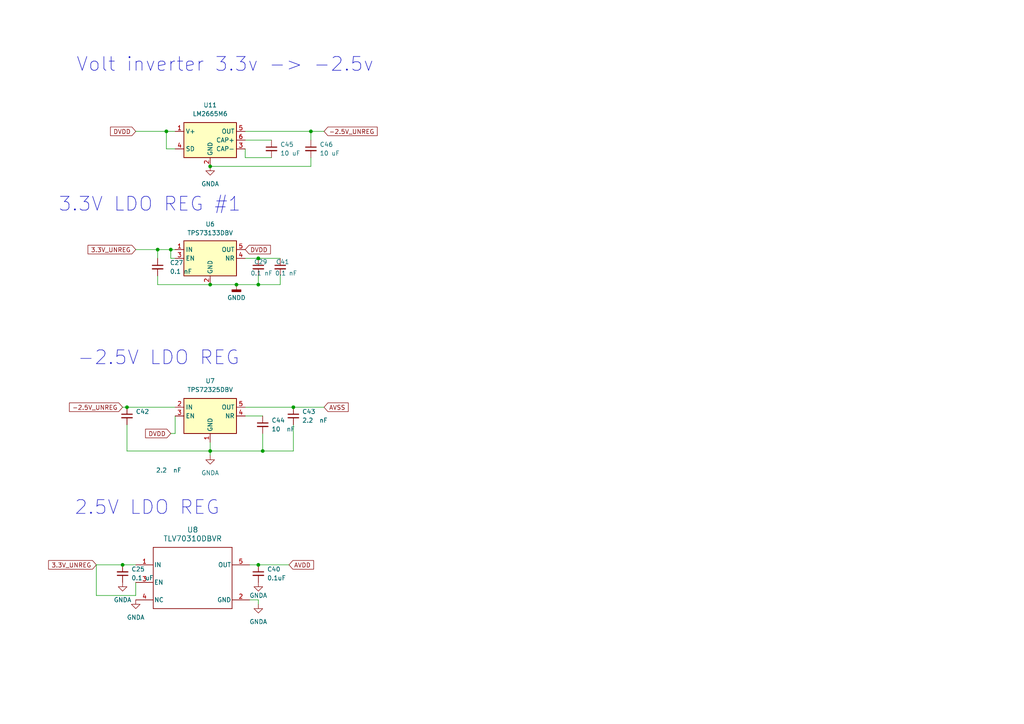
<source format=kicad_sch>
(kicad_sch (version 20250114) (generator "eeschema") (generator_version "9.0")
  (paper "A4")
  (lib_symbols
    (symbol "Device:C_Small" (pin_numbers (hide yes)) (pin_names (offset 0.254) (hide yes))
      (property "Reference" "C" (at 0.254 1.778 0))
      (property "Value" "C_Small" (at 0.254 -2.032 0))
      (symbol "C_Small_0_1"
        (polyline (pts (xy -1.524 0.508) (xy 1.524 0.508)) (stroke (width 0.3048)))
        (polyline (pts (xy -1.524 -0.508) (xy 1.524 -0.508)) (stroke (width 0.3302)))
      )
      (symbol "C_Small_1_1"
        (pin passive line (at 0 2.54 270) (length 2.032) (name "~") (number "1"))
        (pin passive line (at 0 -2.54 90) (length 2.032) (name "~") (number "2"))
      )
    )
    (symbol "GNDA_1" (power) (pin_numbers (hide yes)) (pin_names (offset 0) (hide yes))
      (property "Value" "GNDA" (at 0 -3.81 0))
      (symbol "GNDA_1_0_1"
        (polyline (pts (xy 0 0) (xy 0 -1.27) (xy 1.27 -1.27) (xy 0 -2.54) (xy -1.27 -1.27) (xy 0 -1.27)))
      )
      (symbol "GNDA_1_1_1"
        (pin power_in line (at 0 0 270) (length 0) (name "~") (number "1"))
      )
    )
    (symbol "GNDA_2" (power) (pin_numbers (hide yes)) (pin_names (offset 0) (hide yes))
      (property "Value" "GNDA" (at 0 -3.81 0))
      (symbol "GNDA_2_0_1"
        (polyline (pts (xy 0 0) (xy 0 -1.27) (xy 1.27 -1.27) (xy 0 -2.54) (xy -1.27 -1.27) (xy 0 -1.27)))
      )
      (symbol "GNDA_2_1_1"
        (pin power_in line (at 0 0 270) (length 0) (name "~") (number "1"))
      )
    )
    (symbol "Regulator_Linear:TPS72325DBV"
      (property "Reference" "U" (at -6.35 6.35 0))
      (property "Value" "TPS72325DBV" (at 0 6.35 0))
      (symbol "TPS72325DBV_0_1"
        (rectangle (start -7.62 5.08) (end 7.62 -5.08) (stroke (width 0.254)) (fill (type background)))
      )
      (symbol "TPS72325DBV_1_1"
        (pin power_in line (at -10.16 2.54 0) (length 2.54) (name "IN") (number "2"))
        (pin input line (at -10.16 0 0) (length 2.54) (name "EN") (number "3"))
        (pin power_in line (at 0 -7.62 90) (length 2.54) (name "GND") (number "1"))
        (pin power_out line (at 10.16 2.54 180) (length 2.54) (name "OUT") (number "5"))
        (pin input line (at 10.16 0 180) (length 2.54) (name "NR") (number "4"))
      )
    )
    (symbol "Regulator_Linear:TPS73133DBV"
      (property "Reference" "U" (at -6.35 6.35 0))
      (property "Value" "TPS73133DBV" (at 1.27 6.35 0))
      (symbol "TPS73133DBV_0_1"
        (rectangle (start -7.62 -5.08) (end 7.62 5.08) (stroke (width 0.254)) (fill (type background)))
      )
      (symbol "TPS73133DBV_1_1"
        (pin power_in line (at -10.16 2.54 0) (length 2.54) (name "IN") (number "1"))
        (pin input line (at -10.16 0 0) (length 2.54) (name "EN") (number "3"))
        (pin power_in line (at 0 -7.62 90) (length 2.54) (name "GND") (number "2"))
        (pin power_out line (at 10.16 2.54 180) (length 2.54) (name "OUT") (number "5"))
        (pin passive line (at 10.16 0 180) (length 2.54) (name "NR") (number "4"))
      )
    )
    (symbol "Regulator_SwitchedCapacitor:LM2665M6"
      (property "Reference" "U" (at -6.35 6.35 0))
      (property "Value" "LM2665M6" (at 1.27 6.35 0))
      (symbol "LM2665M6_0_1"
        (rectangle (start -7.62 5.08) (end 7.62 -5.08) (stroke (width 0.254)) (fill (type background)))
      )
      (symbol "LM2665M6_1_1"
        (pin passive line (at -10.16 2.54 0) (length 2.54) (name "V+") (number "1"))
        (pin input line (at -10.16 -2.54 0) (length 2.54) (name "SD") (number "4"))
        (pin power_in line (at 0 -7.62 90) (length 2.54) (name "GND") (number "2"))
        (pin passive line (at 10.16 2.54 180) (length 2.54) (name "OUT") (number "5"))
        (pin passive line (at 10.16 0 180) (length 2.54) (name "CAP+") (number "6"))
        (pin passive line (at 10.16 -2.54 180) (length 2.54) (name "CAP-") (number "3"))
      )
    )
    (symbol "power:GNDA" (power) (pin_names (offset 0))
      (property "Value" "GNDA" (at 0 -3.81 0))
      (symbol "GNDA_0_1"
        (polyline (pts (xy 0 0) (xy 0 -1.27) (xy 1.27 -1.27) (xy 0 -2.54) (xy -1.27 -1.27) (xy 0 -1.27)))
      )
      (symbol "GNDA_1_1"
        (pin power_in line (at 0 0 270) (length 0) (hide yes) (name "GNDA") (number "1"))
      )
    )
    (symbol "power:GNDD" (power) (pin_numbers (hide yes)) (pin_names (offset 0) (hide yes))
      (property "Value" "GNDD" (at 0 -3.175 0))
      (symbol "GNDD_0_1"
        (rectangle (start -1.27 -1.524) (end 1.27 -2.032) (stroke (width 0.254)) (fill (type outline)))
        (polyline (pts (xy 0 0) (xy 0 -1.524)))
      )
      (symbol "GNDD_1_1"
        (pin power_in line (at 0 0 270) (length 0) (name "~") (number "1"))
      )
    )
    (symbol "tlv703:TLV70310DBVR" (pin_names (offset 0.254))
      (property "Reference" "U" (at 0 2.54 0))
      (property "Value" "TLV70310DBVR" (at 0 0 0))
      (symbol "TLV70310DBVR_0_1"
        (polyline (pts (xy 5.08 5.08) (xy 5.08 -12.7)) (stroke (width 0.2032)))
        (polyline (pts (xy 5.08 -12.7) (xy 27.94 -12.7)) (stroke (width 0.2032)))
        (polyline (pts (xy 27.94 5.08) (xy 5.08 5.08)) (stroke (width 0.2032)))
        (polyline (pts (xy 27.94 -12.7) (xy 27.94 5.08)) (stroke (width 0.2032)))
        (pin power_in line (at 0 0 0) (length 5.08) (name "IN") (number "1"))
        (pin input line (at 0 -5.08 0) (length 5.08) (name "EN") (number "3"))
        (pin unspecified line (at 0 -10.16 0) (length 5.08) (name "NC") (number "4"))
        (pin unspecified line (at 33.02 0 180) (length 5.08) (name "OUT") (number "5"))
        (pin power_in line (at 33.02 -10.16 180) (length 5.08) (name "GND") (number "2"))
      )
    )
  )
  (text "Volt inverter 3.3v -> -2.5v\n" (at 65.278 18.796 0) (effects (font (size 4 4))))
  (text "3.3V LDO REG #1\n\n\n" (at 43.434 65.786 0) (effects (font (size 4 4))))
  (text "-2.5V LDO REG" (at 45.974 103.886 0) (effects (font (size 4 4))))
  (text "2.5V LDO REG" (at 42.672 147.32 0) (effects (font (size 4 4))))
  (junction (at 60.96 48.26))
  (junction (at 36.83 118.11))
  (junction (at 85.09 118.11))
  (junction (at 68.58 82.55))
  (junction (at 48.26 38.1))
  (junction (at 60.96 130.81))
  (junction (at 74.93 74.93))
  (junction (at 74.93 163.83))
  (junction (at 90.17 38.1))
  (junction (at 35.56 163.83))
  (junction (at 45.72 72.39))
  (junction (at 74.93 82.55))
  (junction (at 76.2 130.81))
  (junction (at 60.96 82.55))
  (junction (at 49.53 72.39))
  (wire (pts (xy 90.17 48.26) (xy 90.17 45.72)))
  (wire (pts (xy 49.53 74.93) (xy 49.53 72.39)))
  (wire (pts (xy 74.93 175.26) (xy 74.93 173.99)))
  (wire (pts (xy 49.53 72.39) (xy 50.8 72.39)))
  (wire (pts (xy 50.8 74.93) (xy 49.53 74.93)))
  (wire (pts (xy 39.37 38.1) (xy 48.26 38.1)))
  (wire (pts (xy 81.28 80.01) (xy 81.28 82.55)))
  (wire (pts (xy 78.74 45.72) (xy 71.12 45.72)))
  (wire (pts (xy 93.98 38.1) (xy 90.17 38.1)))
  (wire (pts (xy 36.83 123.19) (xy 36.83 130.81)))
  (wire (pts (xy 93.98 118.11) (xy 85.09 118.11)))
  (wire (pts (xy 39.37 72.39) (xy 45.72 72.39)))
  (wire (pts (xy 45.72 72.39) (xy 49.53 72.39)))
  (wire (pts (xy 50.8 125.73) (xy 50.8 120.65)))
  (wire (pts (xy 90.17 40.64) (xy 90.17 38.1)))
  (wire (pts (xy 39.37 172.72) (xy 39.37 168.91)))
  (wire (pts (xy 36.83 130.81) (xy 60.96 130.81)))
  (wire (pts (xy 76.2 130.81) (xy 76.2 125.73)))
  (wire (pts (xy 71.12 120.65) (xy 76.2 120.65)))
  (wire (pts (xy 83.82 163.83) (xy 74.93 163.83)))
  (wire (pts (xy 27.94 163.83) (xy 35.56 163.83)))
  (wire (pts (xy 48.26 38.1) (xy 50.8 38.1)))
  (wire (pts (xy 71.12 40.64) (xy 78.74 40.64)))
  (wire (pts (xy 85.09 130.81) (xy 76.2 130.81)))
  (wire (pts (xy 45.72 82.55) (xy 60.96 82.55)))
  (wire (pts (xy 60.96 132.08) (xy 60.96 130.81)))
  (wire (pts (xy 85.09 123.19) (xy 85.09 130.81)))
  (wire (pts (xy 45.72 72.39) (xy 45.72 74.93)))
  (wire (pts (xy 60.96 130.81) (xy 60.96 128.27)))
  (wire (pts (xy 90.17 38.1) (xy 71.12 38.1)))
  (wire (pts (xy 60.96 82.55) (xy 68.58 82.55)))
  (wire (pts (xy 74.93 74.93) (xy 81.28 74.93)))
  (wire (pts (xy 68.58 82.55) (xy 74.93 82.55)))
  (wire (pts (xy 49.53 125.73) (xy 50.8 125.73)))
  (wire (pts (xy 48.26 38.1) (xy 48.26 43.18)))
  (wire (pts (xy 60.96 130.81) (xy 76.2 130.81)))
  (wire (pts (xy 81.28 82.55) (xy 74.93 82.55)))
  (wire (pts (xy 45.72 80.01) (xy 45.72 82.55)))
  (wire (pts (xy 74.93 173.99) (xy 72.39 173.99)))
  (wire (pts (xy 71.12 45.72) (xy 71.12 43.18)))
  (wire (pts (xy 36.83 118.11) (xy 50.8 118.11)))
  (wire (pts (xy 71.12 74.93) (xy 74.93 74.93)))
  (wire (pts (xy 74.93 80.01) (xy 74.93 82.55)))
  (wire (pts (xy 60.96 48.26) (xy 90.17 48.26)))
  (wire (pts (xy 74.93 163.83) (xy 72.39 163.83)))
  (wire (pts (xy 71.12 118.11) (xy 85.09 118.11)))
  (wire (pts (xy 35.56 118.11) (xy 36.83 118.11)))
  (wire (pts (xy 48.26 43.18) (xy 50.8 43.18)))
  (wire (pts (xy 35.56 163.83) (xy 39.37 163.83)))
  (wire (pts (xy 27.94 163.83) (xy 27.94 172.72)))
  (wire (pts (xy 27.94 172.72) (xy 39.37 172.72)))
  (global_label "3.3V_UNREG" (shape input) (at 39.37 72.39 180) (property "Intersheetrefs" "${INTERSHEET_REFS}" (effects (hide yes))))
  (global_label "DVDD" (shape input) (at 71.12 72.39 0) (property "Intersheetrefs" "${INTERSHEET_REFS}" (effects (hide yes))))
  (global_label "DVDD" (shape input) (at 39.37 38.1 180) (property "Intersheetrefs" "${INTERSHEET_REFS}" (effects (hide yes))))
  (global_label "3.3V_UNREG" (shape input) (at 27.94 163.83 180) (property "Intersheetrefs" "${INTERSHEET_REFS}" (effects (hide yes))))
  (global_label "AVDD" (shape input) (at 83.82 163.83 0) (property "Intersheetrefs" "${INTERSHEET_REFS}" (effects (hide yes))))
  (global_label "-2.5V_UNREG" (shape input) (at 93.98 38.1 0) (property "Intersheetrefs" "${INTERSHEET_REFS}" (effects (hide yes))))
  (global_label "-2.5V_UNREG" (shape input) (at 35.56 118.11 180) (property "Intersheetrefs" "${INTERSHEET_REFS}" (effects (hide yes))))
  (global_label "DVDD" (shape input) (at 49.53 125.73 180) (property "Intersheetrefs" "${INTERSHEET_REFS}" (effects (hide yes))))
  (global_label "AVSS" (shape input) (at 93.98 118.11 0) (property "Intersheetrefs" "${INTERSHEET_REFS}" (effects (hide yes))))
  (symbol (lib_id "Regulator_Linear:TPS73133DBV") (at 60.96 74.93 0) (unit 1)
    (property "Reference" "U6" (at 60.96 65.024 0))
    (property "Value" "TPS73133DBV" (at 60.96 67.564 0))
    (property "Footprint" "Package_TO_SOT_SMD:SOT-23-5" (effects (hide yes)))
    (property "Datasheet" "http://www.ti.com/lit/ds/symlink/tps731.pdf" (effects (hide yes)))
  )
  (symbol (lib_id "Device:C_Small") (at 76.2 123.19 0) (unit 1)
    (property "Reference" "C44" (at 78.74 121.9262 0) (effects (justify left)))
    (property "Value" "10  nF" (at 78.74 124.4662 0) (effects (justify left)))
    (property "Footprint" "Capacitor_SMD:C_0402_1005Metric" (effects (hide yes)))
  )
  (symbol (lib_id "Device:C_Small") (at 78.74 43.18 0) (unit 1)
    (property "Reference" "C45" (at 81.28 41.9162 0) (effects (justify left)))
    (property "Value" "10 uF" (at 81.28 44.4562 0) (effects (justify left)))
    (property "Footprint" "Capacitor_SMD:C_0402_1005Metric" (effects (hide yes)))
  )
  (symbol (lib_id "Device:C_Small") (at 45.72 77.47 0) (unit 1)
    (property "Reference" "C27" (at 49.276 76.2063 0) (effects (justify left)))
    (property "Value" "0.1 nF" (at 49.276 78.7463 0) (effects (justify left)))
    (property "Footprint" "Capacitor_SMD:C_0603_1608Metric" (effects (hide yes)))
  )
  (symbol (lib_id "power:GNDA") (at 39.37 173.99 0) (unit 1)
    (property "Reference" "#PWR010" (effects (hide yes)))
    (property "Value" "GNDA" (at 39.37 179.07 0))
  )
  (symbol (lib_id "Regulator_Linear:TPS72325DBV") (at 60.96 120.65 0) (unit 1)
    (property "Reference" "U7" (at 60.96 110.49 0))
    (property "Value" "TPS72325DBV" (at 60.96 113.03 0))
    (property "Footprint" "Package_TO_SOT_SMD:SOT-23-5" (effects (hide yes)))
    (property "Datasheet" "https://www.ti.com/lit/ds/symlink/tps723.pdf" (effects (hide yes)))
    (property "Description" "200-mA, Low-Noise, High-PSRR, Negative Output Low-Dropout Linear Regulator, Fixed Output -2.5 V, SOT-23-5" (effects (hide yes)))
  )
  (symbol (lib_id "Regulator_SwitchedCapacitor:LM2665M6") (at 60.96 40.64 0) (unit 1)
    (property "Reference" "U11" (at 60.96 30.48 0))
    (property "Value" "LM2665M6" (at 60.96 33.02 0))
    (property "Footprint" "Package_TO_SOT_SMD:SOT-23-6" (effects (hide yes)))
    (property "Datasheet" "https://www.ti.com/lit/ds/symlink/lm2665.pdf" (effects (hide yes)))
    (property "Description" "Switched Capacitor Voltage Converter, Doubles or Splits Input Supply Voltage (2.5 V to 5.5 V or 1.8 V to 11 V), 40 mA, SOT-23-6" (effects (hide yes)))
  )
  (symbol (lib_id "Device:C_Small") (at 74.93 77.47 0) (unit 1)
    (property "Reference" "C29" (at 73.66 75.946 0) (effects (justify left)))
    (property "Value" "0.1 nF" (at 72.644 79.248 0) (effects (justify left)))
    (property "Footprint" "Capacitor_SMD:C_0603_1608Metric" (effects (hide yes)))
  )
  (symbol (lib_id "power:GNDA") (at 74.93 175.26 0) (unit 1)
    (property "Reference" "#PWR011" (effects (hide yes)))
    (property "Value" "GNDA" (at 74.93 180.34 0))
  )
  (symbol (lib_id "power:GNDA") (at 35.56 168.91 0) (unit 1)
    (property "Reference" "#PWR09" (effects (hide yes)))
    (property "Value" "GNDA" (at 35.56 173.99 0))
  )
  (symbol (lib_id "tlv703:TLV70310DBVR") (at 39.37 163.83 0) (unit 1)
    (property "Reference" "U8" (at 55.88 153.67 0) (effects (font (size 1.524 1.524))))
    (property "Value" "TLV70310DBVR" (at 55.88 156.21 0) (effects (font (size 1.524 1.524))))
    (property "Footprint" "tlv702:DBV0005A-IPC_A" (effects (hide yes)))
    (property "Datasheet" "TLV70310DBVR" (effects (hide yes)))
  )
  (symbol (lib_id "Device:C_Small") (at 36.83 120.65 0) (unit 1)
    (property "Reference" "C42" (at 39.37 119.3862 0) (effects (justify left)))
    (property "Value" "2.2  nF" (at 45.212 136.398 0) (effects (justify left)))
    (property "Footprint" "Capacitor_SMD:C_0603_1608Metric" (effects (hide yes)))
  )
  (symbol (lib_id "power:GNDA") (at 74.93 168.91 0) (unit 1)
    (property "Reference" "#PWR012" (effects (hide yes)))
    (property "Value" "GNDA" (at 74.93 172.72 0))
  )
  (symbol (lib_id "Device:C_Small") (at 90.17 43.18 0) (unit 1)
    (property "Reference" "C46" (at 92.71 41.9162 0) (effects (justify left)))
    (property "Value" "10 uF" (at 92.71 44.4562 0) (effects (justify left)))
    (property "Footprint" "Capacitor_SMD:C_0402_1005Metric" (effects (hide yes)))
  )
  (symbol (lib_name "GNDA_1") (lib_id "power:GNDA") (at 60.96 132.08 0) (unit 1)
    (property "Reference" "#PWR034" (effects (hide yes)))
    (property "Value" "GNDA" (at 60.96 137.16 0))
    (property "Description" "Power symbol creates a global label with name \"GNDA\" , analog ground" (effects (hide yes)))
  )
  (symbol (lib_id "power:GNDD") (at 68.58 82.55 0) (unit 1)
    (property "Reference" "#PWR01" (effects (hide yes)))
    (property "Value" "GNDD" (at 68.58 86.36 0))
    (property "Description" "Power symbol creates a global label with name \"GNDD\" , digital ground" (effects (hide yes)))
  )
  (symbol (lib_id "Device:C_Small") (at 74.93 166.37 0) (unit 1)
    (property "Reference" "C40" (at 77.47 165.1062 0) (effects (justify left)))
    (property "Value" "0.1uF" (at 77.47 167.6462 0) (effects (justify left)))
    (property "Footprint" "Capacitor_SMD:C_0603_1608Metric" (effects (hide yes)))
  )
  (symbol (lib_id "Device:C_Small") (at 35.56 166.37 180) (unit 1)
    (property "Reference" "C25" (at 38.1 165.0935 0) (effects (justify right)))
    (property "Value" "0.1 uF" (at 38.1 167.6335 0) (effects (justify right)))
    (property "Footprint" "Capacitor_SMD:C_0402_1005Metric" (effects (hide yes)))
  )
  (symbol (lib_id "Device:C_Small") (at 85.09 120.65 0) (unit 1)
    (property "Reference" "C43" (at 87.63 119.3862 0) (effects (justify left)))
    (property "Value" "2.2  nF" (at 87.63 121.9262 0) (effects (justify left)))
    (property "Footprint" "Capacitor_SMD:C_0603_1608Metric" (effects (hide yes)))
  )
  (symbol (lib_id "Device:C_Small") (at 81.28 77.47 0) (unit 1)
    (property "Reference" "C41" (at 80.01 75.946 0) (effects (justify left)))
    (property "Value" "0.1 nF" (at 79.756 79.248 0) (effects (justify left)))
    (property "Footprint" "Capacitor_SMD:C_0603_1608Metric" (effects (hide yes)))
  )
  (symbol (lib_name "GNDA_2") (lib_id "power:GNDA") (at 60.96 48.26 0) (unit 1)
    (property "Reference" "#PWR057" (effects (hide yes)))
    (property "Value" "GNDA" (at 60.96 53.34 0))
    (property "Description" "Power symbol creates a global label with name \"GNDA\" , analog ground" (effects (hide yes)))
  )
)
</source>
